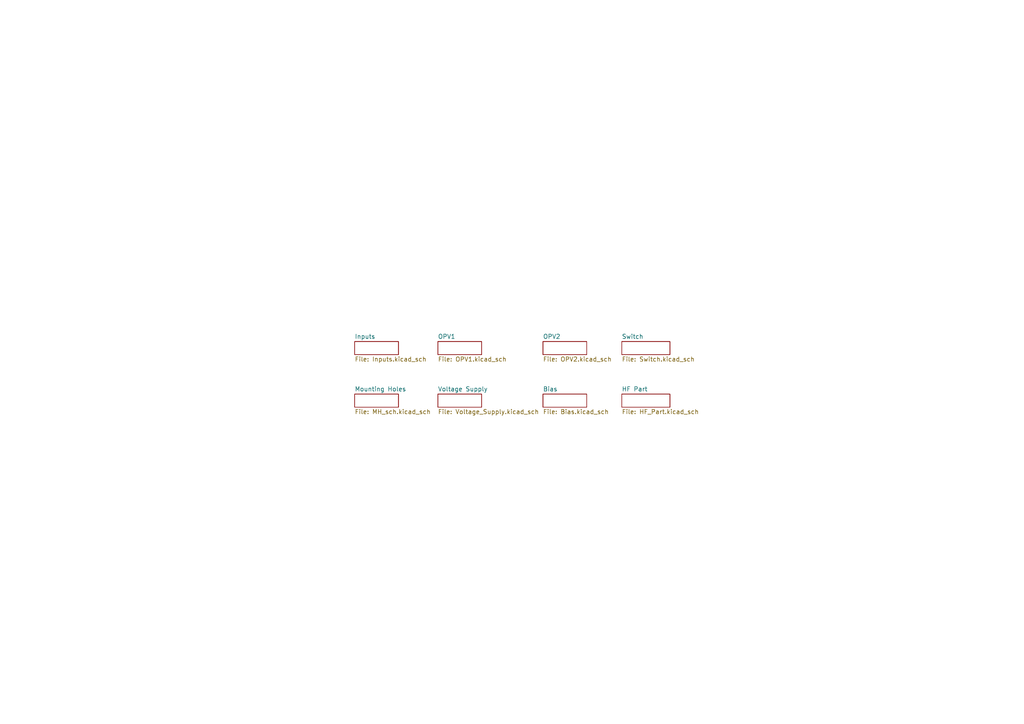
<source format=kicad_sch>
(kicad_sch
	(version 20231120)
	(generator "eeschema")
	(generator_version "8.0")
	(uuid "959c1323-2e5d-4cfd-bd7b-6fba2b4a12d5")
	(paper "A4")
	(lib_symbols)
	(sheet
		(at 157.48 99.06)
		(size 12.7 3.81)
		(fields_autoplaced yes)
		(stroke
			(width 0.1524)
			(type solid)
		)
		(fill
			(color 0 0 0 0.0000)
		)
		(uuid "0fd92913-fffc-43bb-bffd-f9f40efdc060")
		(property "Sheetname" "OPV2"
			(at 157.48 98.3484 0)
			(effects
				(font
					(size 1.27 1.27)
				)
				(justify left bottom)
			)
		)
		(property "Sheetfile" "OPV2.kicad_sch"
			(at 157.48 103.4546 0)
			(effects
				(font
					(size 1.27 1.27)
				)
				(justify left top)
			)
		)
		(instances
			(project "Amplifier2"
				(path "/959c1323-2e5d-4cfd-bd7b-6fba2b4a12d5"
					(page "6")
				)
			)
		)
	)
	(sheet
		(at 127 99.06)
		(size 12.7 3.81)
		(fields_autoplaced yes)
		(stroke
			(width 0.1524)
			(type solid)
		)
		(fill
			(color 0 0 0 0.0000)
		)
		(uuid "36e14033-c3ff-4eaf-aa96-3a5028c6b2c4")
		(property "Sheetname" "OPV1"
			(at 127 98.3484 0)
			(effects
				(font
					(size 1.27 1.27)
				)
				(justify left bottom)
			)
		)
		(property "Sheetfile" "OPV1.kicad_sch"
			(at 127 103.4546 0)
			(effects
				(font
					(size 1.27 1.27)
				)
				(justify left top)
			)
		)
		(instances
			(project "Amplifier2"
				(path "/959c1323-2e5d-4cfd-bd7b-6fba2b4a12d5"
					(page "5")
				)
			)
		)
	)
	(sheet
		(at 180.34 114.3)
		(size 13.97 3.81)
		(fields_autoplaced yes)
		(stroke
			(width 0.1524)
			(type solid)
		)
		(fill
			(color 0 0 0 0.0000)
		)
		(uuid "707f56da-3d79-40d5-8ab6-c762948ea642")
		(property "Sheetname" "HF Part"
			(at 180.34 113.5884 0)
			(effects
				(font
					(size 1.27 1.27)
				)
				(justify left bottom)
			)
		)
		(property "Sheetfile" "HF_Part.kicad_sch"
			(at 180.34 118.6946 0)
			(effects
				(font
					(size 1.27 1.27)
				)
				(justify left top)
			)
		)
		(instances
			(project "Amplifier2"
				(path "/959c1323-2e5d-4cfd-bd7b-6fba2b4a12d5"
					(page "7")
				)
			)
		)
	)
	(sheet
		(at 102.87 114.3)
		(size 12.7 3.81)
		(fields_autoplaced yes)
		(stroke
			(width 0.1524)
			(type solid)
		)
		(fill
			(color 0 0 0 0.0000)
		)
		(uuid "77a7bdc0-72f4-4621-b7ce-ed1c7ba1b2eb")
		(property "Sheetname" "Mounting Holes"
			(at 102.87 113.5884 0)
			(effects
				(font
					(size 1.27 1.27)
				)
				(justify left bottom)
			)
		)
		(property "Sheetfile" "MH_sch.kicad_sch"
			(at 102.87 118.6946 0)
			(effects
				(font
					(size 1.27 1.27)
				)
				(justify left top)
			)
		)
		(instances
			(project "Amplifier2"
				(path "/959c1323-2e5d-4cfd-bd7b-6fba2b4a12d5"
					(page "9")
				)
			)
		)
	)
	(sheet
		(at 180.34 99.06)
		(size 13.97 3.81)
		(fields_autoplaced yes)
		(stroke
			(width 0.1524)
			(type solid)
		)
		(fill
			(color 0 0 0 0.0000)
		)
		(uuid "911c4e90-f560-4b90-b362-2a5bcb196d1c")
		(property "Sheetname" "Switch"
			(at 180.34 98.3484 0)
			(effects
				(font
					(size 1.27 1.27)
				)
				(justify left bottom)
			)
		)
		(property "Sheetfile" "Switch.kicad_sch"
			(at 180.34 103.4546 0)
			(effects
				(font
					(size 1.27 1.27)
				)
				(justify left top)
			)
		)
		(instances
			(project "Amplifier2"
				(path "/959c1323-2e5d-4cfd-bd7b-6fba2b4a12d5"
					(page "2")
				)
			)
		)
	)
	(sheet
		(at 157.48 114.3)
		(size 12.7 3.81)
		(fields_autoplaced yes)
		(stroke
			(width 0.1524)
			(type solid)
		)
		(fill
			(color 0 0 0 0.0000)
		)
		(uuid "ac42f7f1-e0b6-4538-8522-56dbee4978de")
		(property "Sheetname" "Bias"
			(at 157.48 113.5884 0)
			(effects
				(font
					(size 1.27 1.27)
				)
				(justify left bottom)
			)
		)
		(property "Sheetfile" "Bias.kicad_sch"
			(at 157.48 118.6946 0)
			(effects
				(font
					(size 1.27 1.27)
				)
				(justify left top)
			)
		)
		(instances
			(project "Amplifier2"
				(path "/959c1323-2e5d-4cfd-bd7b-6fba2b4a12d5"
					(page "3")
				)
			)
		)
	)
	(sheet
		(at 127 114.3)
		(size 12.7 3.81)
		(fields_autoplaced yes)
		(stroke
			(width 0.1524)
			(type solid)
		)
		(fill
			(color 0 0 0 0.0000)
		)
		(uuid "b22230b6-ff9f-49d2-9fcd-137a9f962d5c")
		(property "Sheetname" "Voltage Supply"
			(at 127 113.5884 0)
			(effects
				(font
					(size 1.27 1.27)
				)
				(justify left bottom)
			)
		)
		(property "Sheetfile" "Voltage_Supply.kicad_sch"
			(at 127 118.6946 0)
			(effects
				(font
					(size 1.27 1.27)
				)
				(justify left top)
			)
		)
		(instances
			(project "Amplifier2"
				(path "/959c1323-2e5d-4cfd-bd7b-6fba2b4a12d5"
					(page "4")
				)
			)
		)
	)
	(sheet
		(at 102.87 99.06)
		(size 12.7 3.81)
		(fields_autoplaced yes)
		(stroke
			(width 0.1524)
			(type solid)
		)
		(fill
			(color 0 0 0 0.0000)
		)
		(uuid "deddd177-014c-4a0f-96be-54b5b9afdd65")
		(property "Sheetname" "Inputs"
			(at 102.87 98.3484 0)
			(effects
				(font
					(size 1.27 1.27)
				)
				(justify left bottom)
			)
		)
		(property "Sheetfile" "Inputs.kicad_sch"
			(at 102.87 103.4546 0)
			(effects
				(font
					(size 1.27 1.27)
				)
				(justify left top)
			)
		)
		(instances
			(project "Amplifier2"
				(path "/959c1323-2e5d-4cfd-bd7b-6fba2b4a12d5"
					(page "8")
				)
			)
		)
	)
	(sheet_instances
		(path "/"
			(page "1")
		)
	)
)

</source>
